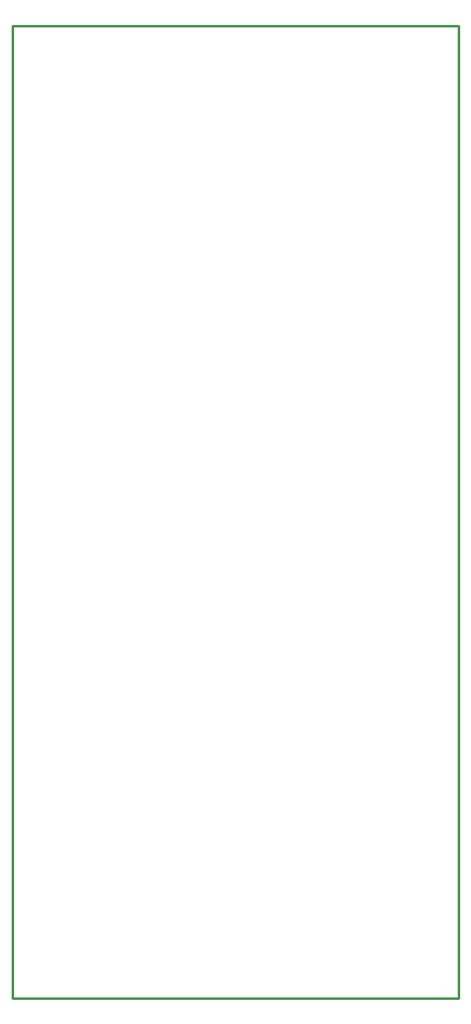
<source format=gm1>
G04*
G04 #@! TF.GenerationSoftware,Altium Limited,Altium Designer,20.0.12 (288)*
G04*
G04 Layer_Color=16711935*
%FSLAX25Y25*%
%MOIN*%
G70*
G01*
G75*
%ADD14C,0.01000*%
D14*
X179921Y391240D02*
X180020Y391339D01*
X179921Y1181D02*
Y391240D01*
X1181Y1181D02*
X179921D01*
X984Y1378D02*
X1181Y1181D01*
X984Y1378D02*
Y391339D01*
X180020D01*
M02*

</source>
